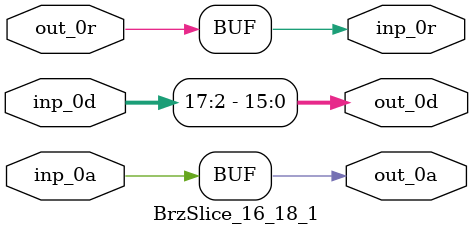
<source format=v>
module BrzSlice_16_18_1 (
  out_0r, out_0a, out_0d, 
  inp_0r, inp_0a, inp_0d  
);
  input out_0r;
  output out_0a;
  output [15:0] out_0d;
  output inp_0r;
  input inp_0a;
  input [17:0] inp_0d;

  assign {inp_0r, out_0a} = {out_0r, inp_0a};
  assign out_0d = inp_0d[17:2];
endmodule
</source>
